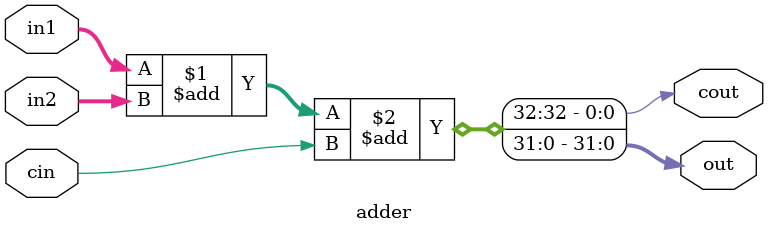
<source format=v>

module adder
#
(
  parameter N = 32
)
(
  input [N-1:0]in1,
  input [N-1:0]in2,
  input cin,
  output cout,
  output [N-1:0]out
);

assign {cout,out} = in1 + in2 + cin;

endmodule

</source>
